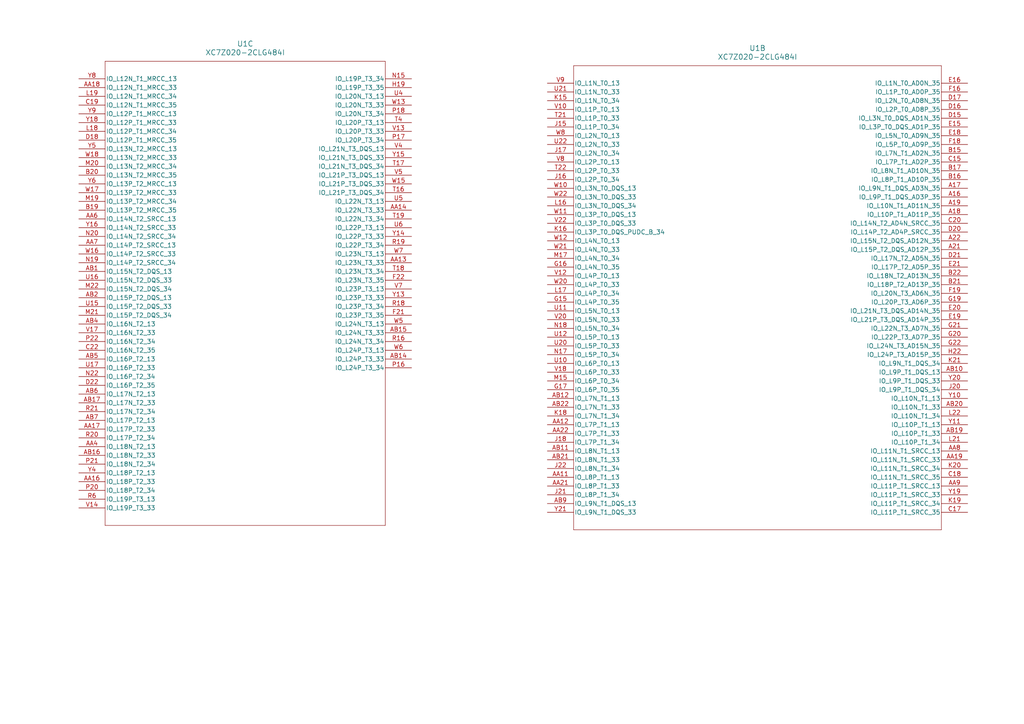
<source format=kicad_sch>
(kicad_sch (version 20231120) (generator "eeschema") (generator_version "8.0")
  (paper "A4")
  (lib_symbols
    (symbol "zynq7_1:XC7Z020-2CLG484I" (pin_names (offset 0.254))
      (property "Reference" "U" (at 43.18 10.16 0))
      (property "Value" "XC7Z020-2CLG484I" (at 43.18 7.62 0))
      (symbol "XC7Z020-2CLG484I_1_1"
        (polyline (pts (xy 7.62 -91.44) (xy 78.74 -91.44)) (stroke (width 0.127)))
        (polyline (pts (xy 7.62 5.08) (xy 7.62 -91.44)) (stroke (width 0.127)))
        (polyline (pts (xy 78.74 -91.44) (xy 78.74 5.08)) (stroke (width 0.127)))
        (polyline (pts (xy 78.74 5.08) (xy 7.62 5.08)) (stroke (width 0.127)))
        (pin output line (at 86.36 -66.04 180) (length 7.62) (name "PS_DDR_DM3_502") (number "AA2"))
        (pin output line (at 86.36 -58.42 180) (length 7.62) (name "PS_DDR_DM0_502") (number "B1"))
        (pin input line (at 0 -10.16 0) (length 7.62) (name "PS_POR_B_500") (number "B5"))
        (pin input line (at 0 -12.7 0) (length 7.62) (name "PS_SRST_B_501") (number "C9"))
        (pin output line (at 86.36 -68.58 180) (length 7.62) (name "PS_DDR_DRST_B_502") (number "F3"))
        (pin output line (at 86.36 -33.02 180) (length 7.62) (name "PS_DDR_A13_502") (number "F4"))
        (pin input line (at 0 -7.62 0) (length 7.62) (name "PS_CLK_500") (number "F7"))
        (pin input line (at 0 -15.24 0) (length 7.62) (name "TCK_0") (number "G11"))
        (pin input line (at 0 -20.32 0) (length 7.62) (name "TMS_0") (number "G12"))
        (pin output line (at 86.36 -86.36 180) (length 7.62) (name "TDO_0") (number "G14"))
        (pin output line (at 86.36 -35.56 180) (length 7.62) (name "PS_DDR_A14_502") (number "G4"))
        (pin output line (at 86.36 -27.94 180) (length 7.62) (name "PS_DDR_A11_502") (number "G5"))
        (pin input line (at 0 -17.78 0) (length 7.62) (name "TDI_0") (number "H13"))
        (pin bidirectional line (at 0 -45.72 0) (length 7.62) (name "IO_0_34") (number "H15"))
        (pin bidirectional line (at 0 -48.26 0) (length 7.62) (name "IO_0_35") (number "H17"))
        (pin bidirectional line (at 0 -60.96 0) (length 7.62) (name "IO_25_35") (number "H18"))
        (pin output line (at 86.36 -60.96 180) (length 7.62) (name "PS_DDR_DM1_502") (number "H3"))
        (pin output line (at 86.36 -30.48 180) (length 7.62) (name "PS_DDR_A12_502") (number "H4"))
        (pin output line (at 86.36 -22.86 180) (length 7.62) (name "PS_DDR_A9_502") (number "H5"))
        (pin output line (at 86.36 -25.4 180) (length 7.62) (name "PS_DDR_A10_502") (number "J3"))
        (pin output line (at 86.36 -20.32 180) (length 7.62) (name "PS_DDR_A8_502") (number "J5"))
        (pin output line (at 86.36 -17.78 180) (length 7.62) (name "PS_DDR_A7_502") (number "J6"))
        (pin output line (at 86.36 -15.24 180) (length 7.62) (name "PS_DDR_A6_502") (number "J7"))
        (pin output line (at 86.36 -5.08 180) (length 7.62) (name "PS_DDR_A2_502") (number "K4"))
        (pin output line (at 86.36 -12.7 180) (length 7.62) (name "PS_DDR_A5_502") (number "K5"))
        (pin output line (at 86.36 -10.16 180) (length 7.62) (name "PS_DDR_A4_502") (number "K6"))
        (pin input line (at 0 -25.4 0) (length 7.62) (name "VP_0") (number "L11"))
        (pin output line (at 86.36 -7.62 180) (length 7.62) (name "PS_DDR_A3_502") (number "L4"))
        (pin output line (at 86.36 -40.64 180) (length 7.62) (name "PS_DDR_BA1_502") (number "L6"))
        (pin output line (at 86.36 -38.1 180) (length 7.62) (name "PS_DDR_BA0_502") (number "L7"))
        (pin input line (at 0 -22.86 0) (length 7.62) (name "VN_0") (number "M12"))
        (pin output line (at 86.36 0 180) (length 7.62) (name "PS_DDR_A0_502") (number "M4"))
        (pin output line (at 86.36 -2.54 180) (length 7.62) (name "PS_DDR_A1_502") (number "M5"))
        (pin output line (at 86.36 -43.18 180) (length 7.62) (name "PS_DDR_BA2_502") (number "M6"))
        (pin output line (at 86.36 -76.2 180) (length 7.62) (name "PS_DDR_VRN_502") (number "M7"))
        (pin unspecified line (at 0 -35.56 0) (length 7.62) (name "DXP_0") (number "N11"))
        (pin unspecified line (at 0 -33.02 0) (length 7.62) (name "DXN_0") (number "N12"))
        (pin output line (at 86.36 -53.34 180) (length 7.62) (name "PS_DDR_CKP_502") (number "N4"))
        (pin output line (at 86.36 -50.8 180) (length 7.62) (name "PS_DDR_CKN_502") (number "N5"))
        (pin output line (at 86.36 -78.74 180) (length 7.62) (name "PS_DDR_VRP_502") (number "N7"))
        (pin output line (at 86.36 -63.5 180) (length 7.62) (name "PS_DDR_DM2_502") (number "P1"))
        (pin output line (at 86.36 -45.72 180) (length 7.62) (name "PS_DDR_CAS_B_502") (number "P3"))
        (pin output line (at 86.36 -71.12 180) (length 7.62) (name "PS_DDR_ODT_502") (number "P5"))
        (pin output line (at 86.36 -55.88 180) (length 7.62) (name "PS_DDR_CS_B_502") (number "P6"))
        (pin bidirectional line (at 0 -58.42 0) (length 7.62) (name "IO_25_34") (number "R15"))
        (pin output line (at 86.36 -81.28 180) (length 7.62) (name "PS_DDR_WE_B_502") (number "R4"))
        (pin output line (at 86.36 -73.66 180) (length 7.62) (name "PS_DDR_RAS_B_502") (number "R5"))
        (pin bidirectional line (at 0 -40.64 0) (length 7.62) (name "IO_0_13") (number "R7"))
        (pin input line (at 0 -5.08 0) (length 7.62) (name "PROGRAM_B_0") (number "T11"))
        (pin bidirectional line (at 0 -30.48 0) (length 7.62) (name "DONE_0") (number "T12"))
        (pin input line (at 0 0 0) (length 7.62) (name "CFGBVS_0") (number "T13"))
        (pin bidirectional line (at 0 -2.54 0) (length 7.62) (name "INIT_B_0") (number "T14"))
        (pin bidirectional line (at 0 -55.88 0) (length 7.62) (name "IO_25_33") (number "U14"))
        (pin bidirectional line (at 0 -43.18 0) (length 7.62) (name "IO_0_33") (number "U19"))
        (pin bidirectional line (at 0 -53.34 0) (length 7.62) (name "IO_25_13") (number "U7"))
        (pin output line (at 86.36 -48.26 180) (length 7.62) (name "PS_DDR_CKE_502") (number "V3"))
      )
      (symbol "XC7Z020-2CLG484I_2_1"
        (polyline (pts (xy 7.62 -129.54) (xy 114.3 -129.54)) (stroke (width 0.127)))
        (polyline (pts (xy 7.62 5.08) (xy 7.62 -129.54)) (stroke (width 0.127)))
        (polyline (pts (xy 114.3 -129.54) (xy 114.3 5.08)) (stroke (width 0.127)))
        (polyline (pts (xy 114.3 5.08) (xy 7.62 5.08)) (stroke (width 0.127)))
        (pin bidirectional line (at 121.92 -33.02 180) (length 7.62) (name "IO_L9P_T1_DQS_AD3P_35") (number "A16"))
        (pin bidirectional line (at 121.92 -30.48 180) (length 7.62) (name "IO_L9N_T1_DQS_AD3N_35") (number "A17"))
        (pin bidirectional line (at 121.92 -38.1 180) (length 7.62) (name "IO_L10P_T1_AD11P_35") (number "A18"))
        (pin bidirectional line (at 121.92 -35.56 180) (length 7.62) (name "IO_L10N_T1_AD11N_35") (number "A19"))
        (pin bidirectional line (at 121.92 -48.26 180) (length 7.62) (name "IO_L15P_T2_DQS_AD12P_35") (number "A21"))
        (pin bidirectional line (at 121.92 -45.72 180) (length 7.62) (name "IO_L15N_T2_DQS_AD12N_35") (number "A22"))
        (pin bidirectional line (at 0 -114.3 0) (length 7.62) (name "IO_L8P_T1_13") (number "AA11"))
        (pin bidirectional line (at 0 -99.06 0) (length 7.62) (name "IO_L7P_T1_13") (number "AA12"))
        (pin bidirectional line (at 121.92 -109.22 180) (length 7.62) (name "IO_L11N_T1_SRCC_33") (number "AA19"))
        (pin bidirectional line (at 0 -116.84 0) (length 7.62) (name "IO_L8P_T1_33") (number "AA21"))
        (pin bidirectional line (at 0 -101.6 0) (length 7.62) (name "IO_L7P_T1_33") (number "AA22"))
        (pin bidirectional line (at 121.92 -106.68 180) (length 7.62) (name "IO_L11N_T1_SRCC_13") (number "AA8"))
        (pin bidirectional line (at 121.92 -116.84 180) (length 7.62) (name "IO_L11P_T1_SRCC_13") (number "AA9"))
        (pin bidirectional line (at 121.92 -83.82 180) (length 7.62) (name "IO_L9P_T1_DQS_13") (number "AB10"))
        (pin bidirectional line (at 0 -106.68 0) (length 7.62) (name "IO_L8N_T1_13") (number "AB11"))
        (pin bidirectional line (at 0 -91.44 0) (length 7.62) (name "IO_L7N_T1_13") (number "AB12"))
        (pin bidirectional line (at 121.92 -101.6 180) (length 7.62) (name "IO_L10P_T1_33") (number "AB19"))
        (pin bidirectional line (at 121.92 -93.98 180) (length 7.62) (name "IO_L10N_T1_33") (number "AB20"))
        (pin bidirectional line (at 0 -109.22 0) (length 7.62) (name "IO_L8N_T1_33") (number "AB21"))
        (pin bidirectional line (at 0 -93.98 0) (length 7.62) (name "IO_L7N_T1_33") (number "AB22"))
        (pin bidirectional line (at 0 -121.92 0) (length 7.62) (name "IO_L9N_T1_DQS_13") (number "AB9"))
        (pin bidirectional line (at 121.92 -20.32 180) (length 7.62) (name "IO_L7N_T1_AD2N_35") (number "B15"))
        (pin bidirectional line (at 121.92 -27.94 180) (length 7.62) (name "IO_L8P_T1_AD10P_35") (number "B16"))
        (pin bidirectional line (at 121.92 -25.4 180) (length 7.62) (name "IO_L8N_T1_AD10N_35") (number "B17"))
        (pin bidirectional line (at 121.92 -58.42 180) (length 7.62) (name "IO_L18P_T2_AD13P_35") (number "B21"))
        (pin bidirectional line (at 121.92 -55.88 180) (length 7.62) (name "IO_L18N_T2_AD13N_35") (number "B22"))
        (pin bidirectional line (at 121.92 -22.86 180) (length 7.62) (name "IO_L7P_T1_AD2P_35") (number "C15"))
        (pin bidirectional line (at 121.92 -124.46 180) (length 7.62) (name "IO_L11P_T1_SRCC_35") (number "C17"))
        (pin bidirectional line (at 121.92 -114.3 180) (length 7.62) (name "IO_L11N_T1_SRCC_35") (number "C18"))
        (pin bidirectional line (at 121.92 -40.64 180) (length 7.62) (name "IO_L14N_T2_AD4N_SRCC_35") (number "C20"))
        (pin bidirectional line (at 121.92 -10.16 180) (length 7.62) (name "IO_L3N_T0_DQS_AD1N_35") (number "D15"))
        (pin bidirectional line (at 121.92 -7.62 180) (length 7.62) (name "IO_L2P_T0_AD8P_35") (number "D16"))
        (pin bidirectional line (at 121.92 -5.08 180) (length 7.62) (name "IO_L2N_T0_AD8N_35") (number "D17"))
        (pin bidirectional line (at 121.92 -43.18 180) (length 7.62) (name "IO_L14P_T2_AD4P_SRCC_35") (number "D20"))
        (pin bidirectional line (at 121.92 -50.8 180) (length 7.62) (name "IO_L17N_T2_AD5N_35") (number "D21"))
        (pin bidirectional line (at 121.92 -12.7 180) (length 7.62) (name "IO_L3P_T0_DQS_AD1P_35") (number "E15"))
        (pin bidirectional line (at 121.92 0 180) (length 7.62) (name "IO_L1N_T0_AD0N_35") (number "E16"))
        (pin bidirectional line (at 121.92 -15.24 180) (length 7.62) (name "IO_L5N_T0_AD9N_35") (number "E18"))
        (pin bidirectional line (at 121.92 -68.58 180) (length 7.62) (name "IO_L21P_T3_DQS_AD14P_35") (number "E19"))
        (pin bidirectional line (at 121.92 -66.04 180) (length 7.62) (name "IO_L21N_T3_DQS_AD14N_35") (number "E20"))
        (pin bidirectional line (at 121.92 -53.34 180) (length 7.62) (name "IO_L17P_T2_AD5P_35") (number "E21"))
        (pin bidirectional line (at 121.92 -2.54 180) (length 7.62) (name "IO_L1P_T0_AD0P_35") (number "F16"))
        (pin bidirectional line (at 121.92 -17.78 180) (length 7.62) (name "IO_L5P_T0_AD9P_35") (number "F18"))
        (pin bidirectional line (at 121.92 -60.96 180) (length 7.62) (name "IO_L20N_T3_AD6N_35") (number "F19"))
        (pin bidirectional line (at 0 -63.5 0) (length 7.62) (name "IO_L4P_T0_35") (number "G15"))
        (pin bidirectional line (at 0 -53.34 0) (length 7.62) (name "IO_L4N_T0_35") (number "G16"))
        (pin bidirectional line (at 0 -88.9 0) (length 7.62) (name "IO_L6P_T0_35") (number "G17"))
        (pin bidirectional line (at 121.92 -63.5 180) (length 7.62) (name "IO_L20P_T3_AD6P_35") (number "G19"))
        (pin bidirectional line (at 121.92 -73.66 180) (length 7.62) (name "IO_L22P_T3_AD7P_35") (number "G20"))
        (pin bidirectional line (at 121.92 -71.12 180) (length 7.62) (name "IO_L22N_T3_AD7N_35") (number "G21"))
        (pin bidirectional line (at 121.92 -76.2 180) (length 7.62) (name "IO_L24N_T3_AD15N_35") (number "G22"))
        (pin bidirectional line (at 121.92 -78.74 180) (length 7.62) (name "IO_L24P_T3_AD15P_35") (number "H22"))
        (pin bidirectional line (at 0 -12.7 0) (length 7.62) (name "IO_L1P_T0_34") (number "J15"))
        (pin bidirectional line (at 0 -27.94 0) (length 7.62) (name "IO_L2P_T0_34") (number "J16"))
        (pin bidirectional line (at 0 -20.32 0) (length 7.62) (name "IO_L2N_T0_34") (number "J17"))
        (pin bidirectional line (at 0 -104.14 0) (length 7.62) (name "IO_L7P_T1_34") (number "J18"))
        (pin bidirectional line (at 121.92 -88.9 180) (length 7.62) (name "IO_L9P_T1_DQS_34") (number "J20"))
        (pin bidirectional line (at 0 -119.38 0) (length 7.62) (name "IO_L8P_T1_34") (number "J21"))
        (pin bidirectional line (at 0 -111.76 0) (length 7.62) (name "IO_L8N_T1_34") (number "J22"))
        (pin bidirectional line (at 0 -5.08 0) (length 7.62) (name "IO_L1N_T0_34") (number "K15"))
        (pin bidirectional line (at 0 -43.18 0) (length 7.62) (name "IO_L3P_T0_DQS_PUDC_B_34") (number "K16"))
        (pin bidirectional line (at 0 -96.52 0) (length 7.62) (name "IO_L7N_T1_34") (number "K18"))
        (pin bidirectional line (at 121.92 -121.92 180) (length 7.62) (name "IO_L11P_T1_SRCC_34") (number "K19"))
        (pin bidirectional line (at 121.92 -111.76 180) (length 7.62) (name "IO_L11N_T1_SRCC_34") (number "K20"))
        (pin bidirectional line (at 121.92 -81.28 180) (length 7.62) (name "IO_L9N_T1_DQS_34") (number "K21"))
        (pin bidirectional line (at 0 -35.56 0) (length 7.62) (name "IO_L3N_T0_DQS_34") (number "L16"))
        (pin bidirectional line (at 0 -60.96 0) (length 7.62) (name "IO_L4P_T0_34") (number "L17"))
        (pin bidirectional line (at 121.92 -104.14 180) (length 7.62) (name "IO_L10P_T1_34") (number "L21"))
        (pin bidirectional line (at 121.92 -96.52 180) (length 7.62) (name "IO_L10N_T1_34") (number "L22"))
        (pin bidirectional line (at 0 -86.36 0) (length 7.62) (name "IO_L6P_T0_34") (number "M15"))
        (pin bidirectional line (at 0 -50.8 0) (length 7.62) (name "IO_L4N_T0_34") (number "M17"))
        (pin bidirectional line (at 0 -78.74 0) (length 7.62) (name "IO_L5P_T0_34") (number "N17"))
        (pin bidirectional line (at 0 -71.12 0) (length 7.62) (name "IO_L5N_T0_34") (number "N18"))
        (pin bidirectional line (at 0 -10.16 0) (length 7.62) (name "IO_L1P_T0_33") (number "T21"))
        (pin bidirectional line (at 0 -25.4 0) (length 7.62) (name "IO_L2P_T0_33") (number "T22"))
        (pin bidirectional line (at 0 -81.28 0) (length 7.62) (name "IO_L6P_T0_13") (number "U10"))
        (pin bidirectional line (at 0 -66.04 0) (length 7.62) (name "IO_L5N_T0_13") (number "U11"))
        (pin bidirectional line (at 0 -73.66 0) (length 7.62) (name "IO_L5P_T0_13") (number "U12"))
        (pin bidirectional line (at 0 -76.2 0) (length 7.62) (name "IO_L5P_T0_33") (number "U20"))
        (pin bidirectional line (at 0 -2.54 0) (length 7.62) (name "IO_L1N_T0_33") (number "U21"))
        (pin bidirectional line (at 0 -17.78 0) (length 7.62) (name "IO_L2N_T0_33") (number "U22"))
        (pin bidirectional line (at 0 -7.62 0) (length 7.62) (name "IO_L1P_T0_13") (number "V10"))
        (pin bidirectional line (at 0 -55.88 0) (length 7.62) (name "IO_L4P_T0_13") (number "V12"))
        (pin bidirectional line (at 0 -83.82 0) (length 7.62) (name "IO_L6P_T0_33") (number "V18"))
        (pin bidirectional line (at 0 -68.58 0) (length 7.62) (name "IO_L5N_T0_33") (number "V20"))
        (pin bidirectional line (at 0 -40.64 0) (length 7.62) (name "IO_L3P_T0_DQS_33") (number "V22"))
        (pin bidirectional line (at 0 -22.86 0) (length 7.62) (name "IO_L2P_T0_13") (number "V8"))
        (pin bidirectional line (at 0 0 0) (length 7.62) (name "IO_L1N_T0_13") (number "V9"))
        (pin bidirectional line (at 0 -30.48 0) (length 7.62) (name "IO_L3N_T0_DQS_13") (number "W10"))
        (pin bidirectional line (at 0 -38.1 0) (length 7.62) (name "IO_L3P_T0_DQS_13") (number "W11"))
        (pin bidirectional line (at 0 -45.72 0) (length 7.62) (name "IO_L4N_T0_13") (number "W12"))
        (pin bidirectional line (at 0 -58.42 0) (length 7.62) (name "IO_L4P_T0_33") (number "W20"))
        (pin bidirectional line (at 0 -48.26 0) (length 7.62) (name "IO_L4N_T0_33") (number "W21"))
        (pin bidirectional line (at 0 -33.02 0) (length 7.62) (name "IO_L3N_T0_DQS_33") (number "W22"))
        (pin bidirectional line (at 0 -15.24 0) (length 7.62) (name "IO_L2N_T0_13") (number "W8"))
        (pin bidirectional line (at 121.92 -91.44 180) (length 7.62) (name "IO_L10N_T1_13") (number "Y10"))
        (pin bidirectional line (at 121.92 -99.06 180) (length 7.62) (name "IO_L10P_T1_13") (number "Y11"))
        (pin bidirectional line (at 121.92 -119.38 180) (length 7.62) (name "IO_L11P_T1_SRCC_33") (number "Y19"))
        (pin bidirectional line (at 121.92 -86.36 180) (length 7.62) (name "IO_L9P_T1_DQS_33") (number "Y20"))
        (pin bidirectional line (at 0 -124.46 0) (length 7.62) (name "IO_L9N_T1_DQS_33") (number "Y21"))
      )
      (symbol "XC7Z020-2CLG484I_3_1"
        (polyline (pts (xy 7.62 -129.54) (xy 88.9 -129.54)) (stroke (width 0.127)))
        (polyline (pts (xy 7.62 5.08) (xy 7.62 -129.54)) (stroke (width 0.127)))
        (polyline (pts (xy 88.9 -129.54) (xy 88.9 5.08)) (stroke (width 0.127)))
        (polyline (pts (xy 88.9 5.08) (xy 7.62 5.08)) (stroke (width 0.127)))
        (pin bidirectional line (at 96.52 -53.34 180) (length 7.62) (name "IO_L23N_T3_33") (number "AA13"))
        (pin bidirectional line (at 96.52 -38.1 180) (length 7.62) (name "IO_L22N_T3_33") (number "AA14"))
        (pin bidirectional line (at 0 -116.84 0) (length 7.62) (name "IO_L18P_T2_33") (number "AA16"))
        (pin bidirectional line (at 0 -101.6 0) (length 7.62) (name "IO_L17P_T2_33") (number "AA17"))
        (pin bidirectional line (at 0 -2.54 0) (length 7.62) (name "IO_L12N_T1_MRCC_33") (number "AA18"))
        (pin bidirectional line (at 0 -106.68 0) (length 7.62) (name "IO_L18N_T2_13") (number "AA4"))
        (pin bidirectional line (at 0 -40.64 0) (length 7.62) (name "IO_L14N_T2_SRCC_13") (number "AA6"))
        (pin bidirectional line (at 0 -48.26 0) (length 7.62) (name "IO_L14P_T2_SRCC_13") (number "AA7"))
        (pin bidirectional line (at 0 -55.88 0) (length 7.62) (name "IO_L15N_T2_DQS_13") (number "AB1"))
        (pin bidirectional line (at 96.52 -81.28 180) (length 7.62) (name "IO_L24P_T3_33") (number "AB14"))
        (pin bidirectional line (at 96.52 -73.66 180) (length 7.62) (name "IO_L24N_T3_33") (number "AB15"))
        (pin bidirectional line (at 0 -109.22 0) (length 7.62) (name "IO_L18N_T2_33") (number "AB16"))
        (pin bidirectional line (at 0 -93.98 0) (length 7.62) (name "IO_L17N_T2_33") (number "AB17"))
        (pin bidirectional line (at 0 -63.5 0) (length 7.62) (name "IO_L15P_T2_DQS_13") (number "AB2"))
        (pin bidirectional line (at 0 -71.12 0) (length 7.62) (name "IO_L16N_T2_13") (number "AB4"))
        (pin bidirectional line (at 0 -81.28 0) (length 7.62) (name "IO_L16P_T2_13") (number "AB5"))
        (pin bidirectional line (at 0 -91.44 0) (length 7.62) (name "IO_L17N_T2_13") (number "AB6"))
        (pin bidirectional line (at 0 -99.06 0) (length 7.62) (name "IO_L17P_T2_13") (number "AB7"))
        (pin bidirectional line (at 0 -38.1 0) (length 7.62) (name "IO_L13P_T2_MRCC_35") (number "B19"))
        (pin bidirectional line (at 0 -27.94 0) (length 7.62) (name "IO_L13N_T2_MRCC_35") (number "B20"))
        (pin bidirectional line (at 0 -7.62 0) (length 7.62) (name "IO_L12N_T1_MRCC_35") (number "C19"))
        (pin bidirectional line (at 0 -78.74 0) (length 7.62) (name "IO_L16N_T2_35") (number "C22"))
        (pin bidirectional line (at 0 -17.78 0) (length 7.62) (name "IO_L12P_T1_MRCC_35") (number "D18"))
        (pin bidirectional line (at 0 -88.9 0) (length 7.62) (name "IO_L16P_T2_35") (number "D22"))
        (pin bidirectional line (at 96.52 -68.58 180) (length 7.62) (name "IO_L23P_T3_35") (number "F21"))
        (pin bidirectional line (at 96.52 -58.42 180) (length 7.62) (name "IO_L23N_T3_35") (number "F22"))
        (pin bidirectional line (at 96.52 -2.54 180) (length 7.62) (name "IO_L19P_T3_35") (number "H19"))
        (pin bidirectional line (at 0 -15.24 0) (length 7.62) (name "IO_L12P_T1_MRCC_34") (number "L18"))
        (pin bidirectional line (at 0 -5.08 0) (length 7.62) (name "IO_L12N_T1_MRCC_34") (number "L19"))
        (pin bidirectional line (at 0 -35.56 0) (length 7.62) (name "IO_L13P_T2_MRCC_34") (number "M19"))
        (pin bidirectional line (at 0 -25.4 0) (length 7.62) (name "IO_L13N_T2_MRCC_34") (number "M20"))
        (pin bidirectional line (at 0 -68.58 0) (length 7.62) (name "IO_L15P_T2_DQS_34") (number "M21"))
        (pin bidirectional line (at 0 -60.96 0) (length 7.62) (name "IO_L15N_T2_DQS_34") (number "M22"))
        (pin bidirectional line (at 96.52 0 180) (length 7.62) (name "IO_L19P_T3_34") (number "N15"))
        (pin bidirectional line (at 0 -53.34 0) (length 7.62) (name "IO_L14P_T2_SRCC_34") (number "N19"))
        (pin bidirectional line (at 0 -45.72 0) (length 7.62) (name "IO_L14N_T2_SRCC_34") (number "N20"))
        (pin bidirectional line (at 0 -86.36 0) (length 7.62) (name "IO_L16P_T2_34") (number "N22"))
        (pin bidirectional line (at 96.52 -83.82 180) (length 7.62) (name "IO_L24P_T3_34") (number "P16"))
        (pin bidirectional line (at 96.52 -17.78 180) (length 7.62) (name "IO_L20P_T3_34") (number "P17"))
        (pin bidirectional line (at 96.52 -10.16 180) (length 7.62) (name "IO_L20N_T3_34") (number "P18"))
        (pin bidirectional line (at 0 -119.38 0) (length 7.62) (name "IO_L18P_T2_34") (number "P20"))
        (pin bidirectional line (at 0 -111.76 0) (length 7.62) (name "IO_L18N_T2_34") (number "P21"))
        (pin bidirectional line (at 0 -76.2 0) (length 7.62) (name "IO_L16N_T2_34") (number "P22"))
        (pin bidirectional line (at 96.52 -76.2 180) (length 7.62) (name "IO_L24N_T3_34") (number "R16"))
        (pin bidirectional line (at 96.52 -66.04 180) (length 7.62) (name "IO_L23P_T3_34") (number "R18"))
        (pin bidirectional line (at 96.52 -48.26 180) (length 7.62) (name "IO_L22P_T3_34") (number "R19"))
        (pin bidirectional line (at 0 -104.14 0) (length 7.62) (name "IO_L17P_T2_34") (number "R20"))
        (pin bidirectional line (at 0 -96.52 0) (length 7.62) (name "IO_L17N_T2_34") (number "R21"))
        (pin bidirectional line (at 0 -121.92 0) (length 7.62) (name "IO_L19P_T3_13") (number "R6"))
        (pin bidirectional line (at 96.52 -33.02 180) (length 7.62) (name "IO_L21P_T3_DQS_34") (number "T16"))
        (pin bidirectional line (at 96.52 -25.4 180) (length 7.62) (name "IO_L21N_T3_DQS_34") (number "T17"))
        (pin bidirectional line (at 96.52 -55.88 180) (length 7.62) (name "IO_L23N_T3_34") (number "T18"))
        (pin bidirectional line (at 96.52 -40.64 180) (length 7.62) (name "IO_L22N_T3_34") (number "T19"))
        (pin bidirectional line (at 96.52 -12.7 180) (length 7.62) (name "IO_L20P_T3_13") (number "T4"))
        (pin bidirectional line (at 0 -66.04 0) (length 7.62) (name "IO_L15P_T2_DQS_33") (number "U15"))
        (pin bidirectional line (at 0 -58.42 0) (length 7.62) (name "IO_L15N_T2_DQS_33") (number "U16"))
        (pin bidirectional line (at 0 -83.82 0) (length 7.62) (name "IO_L16P_T2_33") (number "U17"))
        (pin bidirectional line (at 96.52 -5.08 180) (length 7.62) (name "IO_L20N_T3_13") (number "U4"))
        (pin bidirectional line (at 96.52 -35.56 180) (length 7.62) (name "IO_L22N_T3_13") (number "U5"))
        (pin bidirectional line (at 96.52 -43.18 180) (length 7.62) (name "IO_L22P_T3_13") (number "U6"))
        (pin bidirectional line (at 96.52 -15.24 180) (length 7.62) (name "IO_L20P_T3_33") (number "V13"))
        (pin bidirectional line (at 0 -124.46 0) (length 7.62) (name "IO_L19P_T3_33") (number "V14"))
        (pin bidirectional line (at 0 -73.66 0) (length 7.62) (name "IO_L16N_T2_33") (number "V17"))
        (pin bidirectional line (at 96.52 -20.32 180) (length 7.62) (name "IO_L21N_T3_DQS_13") (number "V4"))
        (pin bidirectional line (at 96.52 -27.94 180) (length 7.62) (name "IO_L21P_T3_DQS_13") (number "V5"))
        (pin bidirectional line (at 96.52 -60.96 180) (length 7.62) (name "IO_L23P_T3_13") (number "V7"))
        (pin bidirectional line (at 96.52 -7.62 180) (length 7.62) (name "IO_L20N_T3_33") (number "W13"))
        (pin bidirectional line (at 96.52 -30.48 180) (length 7.62) (name "IO_L21P_T3_DQS_33") (number "W15"))
        (pin bidirectional line (at 0 -50.8 0) (length 7.62) (name "IO_L14P_T2_SRCC_33") (number "W16"))
        (pin bidirectional line (at 0 -33.02 0) (length 7.62) (name "IO_L13P_T2_MRCC_33") (number "W17"))
        (pin bidirectional line (at 0 -22.86 0) (length 7.62) (name "IO_L13N_T2_MRCC_33") (number "W18"))
        (pin bidirectional line (at 96.52 -71.12 180) (length 7.62) (name "IO_L24N_T3_13") (number "W5"))
        (pin bidirectional line (at 96.52 -78.74 180) (length 7.62) (name "IO_L24P_T3_13") (number "W6"))
        (pin bidirectional line (at 96.52 -50.8 180) (length 7.62) (name "IO_L23N_T3_13") (number "W7"))
        (pin bidirectional line (at 96.52 -63.5 180) (length 7.62) (name "IO_L23P_T3_33") (number "Y13"))
        (pin bidirectional line (at 96.52 -45.72 180) (length 7.62) (name "IO_L22P_T3_33") (number "Y14"))
        (pin bidirectional line (at 96.52 -22.86 180) (length 7.62) (name "IO_L21N_T3_DQS_33") (number "Y15"))
        (pin bidirectional line (at 0 -43.18 0) (length 7.62) (name "IO_L14N_T2_SRCC_33") (number "Y16"))
        (pin bidirectional line (at 0 -12.7 0) (length 7.62) (name "IO_L12P_T1_MRCC_33") (number "Y18"))
        (pin bidirectional line (at 0 -114.3 0) (length 7.62) (name "IO_L18P_T2_13") (number "Y4"))
        (pin bidirectional line (at 0 -20.32 0) (length 7.62) (name "IO_L13N_T2_MRCC_13") (number "Y5"))
        (pin bidirectional line (at 0 -30.48 0) (length 7.62) (name "IO_L13P_T2_MRCC_13") (number "Y6"))
        (pin bidirectional line (at 0 0 0) (length 7.62) (name "IO_L12N_T1_MRCC_13") (number "Y8"))
        (pin bidirectional line (at 0 -10.16 0) (length 7.62) (name "IO_L12P_T1_MRCC_13") (number "Y9"))
      )
      (symbol "XC7Z020-2CLG484I_4_1"
        (polyline (pts (xy -53.34 -104.14) (xy -7.62 -104.14)) (stroke (width 0.127)))
        (polyline (pts (xy -53.34 7.62) (xy -53.34 -104.14)) (stroke (width 0.127)))
        (polyline (pts (xy -7.62 -104.14) (xy -7.62 7.62)) (stroke (width 0.127)))
        (polyline (pts (xy -7.62 7.62) (xy -53.34 7.62)) (stroke (width 0.127)))
        (pin bidirectional line (at 0 -66.04 180) (length 7.62) (name "PS_DDR_DQ26_502") (number "AA1"))
        (pin bidirectional line (at 0 -60.96 180) (length 7.62) (name "PS_DDR_DQ24_502") (number "AA3"))
        (pin bidirectional line (at 0 -5.08 180) (length 7.62) (name "PS_DDR_DQ2_502") (number "B2"))
        (pin bidirectional line (at 0 -91.44 180) (length 7.62) (name "PS_DDR_DQS_P0_502") (number "C2"))
        (pin bidirectional line (at 0 -2.54 180) (length 7.62) (name "PS_DDR_DQ1_502") (number "C3"))
        (pin bidirectional line (at 0 0 180) (length 7.62) (name "PS_DDR_DQ0_502") (number "D1"))
        (pin bidirectional line (at 0 -81.28 180) (length 7.62) (name "PS_DDR_DQS_N0_502") (number "D2"))
        (pin bidirectional line (at 0 -7.62 180) (length 7.62) (name "PS_DDR_DQ3_502") (number "D3"))
        (pin bidirectional line (at 0 -12.7 180) (length 7.62) (name "PS_DDR_DQ5_502") (number "E1"))
        (pin bidirectional line (at 0 -10.16 180) (length 7.62) (name "PS_DDR_DQ4_502") (number "E3"))
        (pin bidirectional line (at 0 -17.78 180) (length 7.62) (name "PS_DDR_DQ7_502") (number "F1"))
        (pin bidirectional line (at 0 -15.24 180) (length 7.62) (name "PS_DDR_DQ6_502") (number "F2"))
        (pin bidirectional line (at 0 -22.86 180) (length 7.62) (name "PS_DDR_DQ9_502") (number "G1"))
        (pin bidirectional line (at 0 -20.32 180) (length 7.62) (name "PS_DDR_DQ8_502") (number "G2"))
        (pin bidirectional line (at 0 -93.98 180) (length 7.62) (name "PS_DDR_DQS_P1_502") (number "H2"))
        (pin bidirectional line (at 0 -35.56 180) (length 7.62) (name "PS_DDR_DQ14_502") (number "J1"))
        (pin bidirectional line (at 0 -83.82 180) (length 7.62) (name "PS_DDR_DQS_N1_502") (number "J2"))
        (pin bidirectional line (at 0 -33.02 180) (length 7.62) (name "PS_DDR_DQ13_502") (number "K1"))
        (pin bidirectional line (at 0 -38.1 180) (length 7.62) (name "PS_DDR_DQ15_502") (number "K3"))
        (pin bidirectional line (at 0 -25.4 180) (length 7.62) (name "PS_DDR_DQ10_502") (number "L1"))
        (pin bidirectional line (at 0 -27.94 180) (length 7.62) (name "PS_DDR_DQ11_502") (number "L2"))
        (pin bidirectional line (at 0 -30.48 180) (length 7.62) (name "PS_DDR_DQ12_502") (number "L3"))
        (pin bidirectional line (at 0 -40.64 180) (length 7.62) (name "PS_DDR_DQ16_502") (number "M1"))
        (pin bidirectional line (at 0 -55.88 180) (length 7.62) (name "PS_DDR_DQ22_502") (number "M2"))
        (pin bidirectional line (at 0 -96.52 180) (length 7.62) (name "PS_DDR_DQS_P2_502") (number "N2"))
        (pin bidirectional line (at 0 -45.72 180) (length 7.62) (name "PS_DDR_DQ18_502") (number "N3"))
        (pin bidirectional line (at 0 -86.36 180) (length 7.62) (name "PS_DDR_DQS_N2_502") (number "P2"))
        (pin bidirectional line (at 0 -58.42 180) (length 7.62) (name "PS_DDR_DQ23_502") (number "R1"))
        (pin bidirectional line (at 0 -50.8 180) (length 7.62) (name "PS_DDR_DQ20_502") (number "R3"))
        (pin bidirectional line (at 0 -48.26 180) (length 7.62) (name "PS_DDR_DQ19_502") (number "T1"))
        (pin bidirectional line (at 0 -53.34 180) (length 7.62) (name "PS_DDR_DQ21_502") (number "T2"))
        (pin bidirectional line (at 0 -43.18 180) (length 7.62) (name "PS_DDR_DQ17_502") (number "T3"))
        (pin bidirectional line (at 0 -63.5 180) (length 7.62) (name "PS_DDR_DQ25_502") (number "U1"))
        (pin bidirectional line (at 0 -68.58 180) (length 7.62) (name "PS_DDR_DQ27_502") (number "U2"))
        (pin bidirectional line (at 0 -99.06 180) (length 7.62) (name "PS_DDR_DQS_P3_502") (number "V2"))
        (pin bidirectional line (at 0 -71.12 180) (length 7.62) (name "PS_DDR_DQ28_502") (number "W1"))
        (pin bidirectional line (at 0 -88.9 180) (length 7.62) (name "PS_DDR_DQS_N3_502") (number "W2"))
        (pin bidirectional line (at 0 -76.2 180) (length 7.62) (name "PS_DDR_DQ30_502") (number "W3"))
        (pin bidirectional line (at 0 -78.74 180) (length 7.62) (name "PS_DDR_DQ31_502") (number "Y1"))
        (pin bidirectional line (at 0 -73.66 180) (length 7.62) (name "PS_DDR_DQ29_502") (number "Y3"))
      )
      (symbol "XC7Z020-2CLG484I_5_1"
        (polyline (pts (xy 7.62 -129.54) (xy 68.58 -129.54)) (stroke (width 0.127)))
        (polyline (pts (xy 7.62 5.08) (xy 7.62 -129.54)) (stroke (width 0.127)))
        (polyline (pts (xy 68.58 -129.54) (xy 68.58 5.08)) (stroke (width 0.127)))
        (polyline (pts (xy 68.58 5.08) (xy 7.62 5.08)) (stroke (width 0.127)))
        (pin bidirectional line (at 0 -2.54 0) (length 7.62) (name "PS_MIO1_500") (number "A1"))
        (pin bidirectional line (at 0 -76.2 0) (length 7.62) (name "PS_MIO30_501") (number "A11"))
        (pin bidirectional line (at 0 -71.12 0) (length 7.62) (name "PS_MIO28_501") (number "A12"))
        (pin bidirectional line (at 0 -66.04 0) (length 7.62) (name "PS_MIO26_501") (number "A13"))
        (pin bidirectional line (at 0 -55.88 0) (length 7.62) (name "PS_MIO22_501") (number "A14"))
        (pin bidirectional line (at 0 -5.08 0) (length 7.62) (name "PS_MIO2_500") (number "A2"))
        (pin bidirectional line (at 0 -12.7 0) (length 7.62) (name "PS_MIO5_500") (number "A3"))
        (pin bidirectional line (at 0 -15.24 0) (length 7.62) (name "PS_MIO6_500") (number "A4"))
        (pin bidirectional line (at 0 -33.02 0) (length 7.62) (name "PS_MIO13_500") (number "A6"))
        (pin bidirectional line (at 0 -45.72 0) (length 7.62) (name "PS_MIO18_501") (number "A7"))
        (pin bidirectional line (at 0 -50.8 0) (length 7.62) (name "PS_MIO20_501") (number "A8"))
        (pin bidirectional line (at 0 -91.44 0) (length 7.62) (name "PS_MIO36_501") (number "A9"))
        (pin bidirectional line (at 0 -119.38 0) (length 7.62) (name "PS_MIO47_501") (number "B10"))
        (pin bidirectional line (at 0 -109.22 0) (length 7.62) (name "PS_MIO43_501") (number "B11"))
        (pin bidirectional line (at 0 -86.36 0) (length 7.62) (name "PS_MIO34_501") (number "B12"))
        (pin bidirectional line (at 0 -93.98 0) (length 7.62) (name "PS_MIO37_501") (number "B14"))
        (pin bidirectional line (at 0 -27.94 0) (length 7.62) (name "PS_MIO11_500") (number "B4"))
        (pin bidirectional line (at 0 -35.56 0) (length 7.62) (name "PS_MIO14_500") (number "B6"))
        (pin bidirectional line (at 0 -60.96 0) (length 7.62) (name "PS_MIO24_501") (number "B7"))
        (pin bidirectional line (at 0 -114.3 0) (length 7.62) (name "PS_MIO45_501") (number "B9"))
        (pin bidirectional line (at 76.2 -2.54 180) (length 7.62) (name "PS_MIO51_501") (number "C10"))
        (pin bidirectional line (at 76.2 -7.62 180) (length 7.62) (name "PS_MIO53_501") (number "C12"))
        (pin bidirectional line (at 0 -99.06 0) (length 7.62) (name "PS_MIO39_501") (number "C13"))
        (pin bidirectional line (at 0 -124.46 0) (length 7.62) (name "PS_MIO49_501") (number "C14"))
        (pin bidirectional line (at 0 -22.86 0) (length 7.62) (name "PS_MIO9_500") (number "C4"))
        (pin bidirectional line (at 0 -30.48 0) (length 7.62) (name "PS_MIO12_500") (number "C5"))
        (pin bidirectional line (at 0 -81.28 0) (length 7.62) (name "PS_MIO32_501") (number "C7"))
        (pin bidirectional line (at 0 -104.14 0) (length 7.62) (name "PS_MIO41_501") (number "C8"))
        (pin bidirectional line (at 76.2 -5.08 180) (length 7.62) (name "PS_MIO52_501") (number "D10"))
        (pin bidirectional line (at 0 -121.92 0) (length 7.62) (name "PS_MIO48_501") (number "D11"))
        (pin bidirectional line (at 0 -116.84 0) (length 7.62) (name "PS_MIO46_501") (number "D12"))
        (pin bidirectional line (at 76.2 0 180) (length 7.62) (name "PS_MIO50_501") (number "D13"))
        (pin bidirectional line (at 0 -17.78 0) (length 7.62) (name "PS_MIO7_500") (number "D5"))
        (pin bidirectional line (at 0 -40.64 0) (length 7.62) (name "PS_MIO16_501") (number "D6"))
        (pin bidirectional line (at 0 -68.58 0) (length 7.62) (name "PS_MIO27_501") (number "D7"))
        (pin bidirectional line (at 0 -106.68 0) (length 7.62) (name "PS_MIO42_501") (number "D8"))
        (pin bidirectional line (at 0 -48.26 0) (length 7.62) (name "PS_MIO19_501") (number "E10"))
        (pin bidirectional line (at 0 -58.42 0) (length 7.62) (name "PS_MIO23_501") (number "E11"))
        (pin bidirectional line (at 0 -111.76 0) (length 7.62) (name "PS_MIO44_501") (number "E13"))
        (pin bidirectional line (at 0 -101.6 0) (length 7.62) (name "PS_MIO40_501") (number "E14"))
        (pin bidirectional line (at 0 -10.16 0) (length 7.62) (name "PS_MIO4_500") (number "E4"))
        (pin bidirectional line (at 0 -20.32 0) (length 7.62) (name "PS_MIO8_500") (number "E5"))
        (pin bidirectional line (at 0 -38.1 0) (length 7.62) (name "PS_MIO15_500") (number "E6"))
        (pin bidirectional line (at 0 -73.66 0) (length 7.62) (name "PS_MIO29_501") (number "E8"))
        (pin bidirectional line (at 0 -43.18 0) (length 7.62) (name "PS_MIO17_501") (number "E9"))
        (pin bidirectional line (at 0 -53.34 0) (length 7.62) (name "PS_MIO21_501") (number "F11"))
        (pin bidirectional line (at 0 -63.5 0) (length 7.62) (name "PS_MIO25_501") (number "F12"))
        (pin bidirectional line (at 0 -96.52 0) (length 7.62) (name "PS_MIO38_501") (number "F13"))
        (pin bidirectional line (at 0 -88.9 0) (length 7.62) (name "PS_MIO35_501") (number "F14"))
        (pin bidirectional line (at 0 -7.62 0) (length 7.62) (name "PS_MIO3_500") (number "F6"))
        (pin bidirectional line (at 0 -78.74 0) (length 7.62) (name "PS_MIO31_501") (number "F9"))
        (pin bidirectional line (at 0 -83.82 0) (length 7.62) (name "PS_MIO33_501") (number "G13"))
        (pin bidirectional line (at 0 0 0) (length 7.62) (name "PS_MIO0_500") (number "G6"))
        (pin bidirectional line (at 0 -25.4 0) (length 7.62) (name "PS_MIO10_500") (number "G7"))
      )
      (symbol "XC7Z020-2CLG484I_6_1"
        (polyline (pts (xy 7.62 -99.06) (xy 53.34 -99.06)) (stroke (width 0.127)))
        (polyline (pts (xy 7.62 5.08) (xy 7.62 -99.06)) (stroke (width 0.127)))
        (polyline (pts (xy 53.34 -99.06) (xy 53.34 5.08)) (stroke (width 0.127)))
        (polyline (pts (xy 53.34 5.08) (xy 7.62 5.08)) (stroke (width 0.127)))
        (pin bidirectional line (at 0 -7.62 0) (length 7.62) (name "IO_L6N_T0_VREF_35") (number "F17"))
        (pin power_in line (at 0 -30.48 0) (length 7.62) (name "PS_MIO_VREF_501") (number "F8"))
        (pin power_in line (at 0 -60.96 0) (length 7.62) (name "VCCBATT_0") (number "G9"))
        (pin power_in line (at 0 -63.5 0) (length 7.62) (name "VCCBRAM") (number "H11"))
        (pin bidirectional line (at 0 -17.78 0) (length 7.62) (name "IO_L19N_T3_VREF_35") (number "H20"))
        (pin power_in line (at 0 -22.86 0) (length 7.62) (name "PS_DDR_VREF0_502") (number "H7"))
        (pin power_in line (at 0 -66.04 0) (length 7.62) (name "VCCBRAM") (number "J10"))
        (pin power_in line (at 0 -71.12 0) (length 7.62) (name "VCCINT") (number "J12"))
        (pin power_in line (at 0 -73.66 0) (length 7.62) (name "VCCINT") (number "J14"))
        (pin power_in line (at 0 -45.72 0) (length 7.62) (name "VCCADC_0") (number "K11"))
        (pin power_in line (at 0 -76.2 0) (length 7.62) (name "VCCINT") (number "K13"))
        (pin power_in line (at 0 -48.26 0) (length 7.62) (name "VCCAUX") (number "L10"))
        (pin power_in line (at 0 -78.74 0) (length 7.62) (name "VCCINT") (number "L14"))
        (pin power_in line (at 0 -81.28 0) (length 7.62) (name "VCCINT") (number "M13"))
        (pin bidirectional line (at 0 -5.08 0) (length 7.62) (name "IO_L6N_T0_VREF_34") (number "M16"))
        (pin power_in line (at 0 -50.8 0) (length 7.62) (name "VCCAUX") (number "N10"))
        (pin power_in line (at 0 -83.82 0) (length 7.62) (name "VCCINT") (number "N14"))
        (pin power_in line (at 0 -53.34 0) (length 7.62) (name "VCCAUX") (number "P11"))
        (pin power_in line (at 0 -86.36 0) (length 7.62) (name "VCCINT") (number "P13"))
        (pin bidirectional line (at 0 -15.24 0) (length 7.62) (name "IO_L19N_T3_VREF_34") (number "P15"))
        (pin power_in line (at 0 -25.4 0) (length 7.62) (name "PS_DDR_VREF1_502") (number "P7"))
        (pin power_in line (at 0 -55.88 0) (length 7.62) (name "VCCAUX") (number "R10"))
        (pin power_in line (at 0 -93.98 0) (length 7.62) (name "VCCO_0") (number "R12"))
        (pin power_in line (at 0 -88.9 0) (length 7.62) (name "VCCINT") (number "R14"))
        (pin power_in line (at 0 -40.64 0) (length 7.62) (name "RSVDVCC3") (number "T10"))
        (pin bidirectional line (at 0 -10.16 0) (length 7.62) (name "IO_L19N_T3_VREF_13") (number "T6"))
        (pin power_in line (at 0 -35.56 0) (length 7.62) (name "RSVDVCC1") (number "T7"))
        (pin power_in line (at 0 -38.1 0) (length 7.62) (name "RSVDVCC2") (number "T8"))
        (pin bidirectional line (at 0 0 0) (length 7.62) (name "IO_L6N_T0_VREF_13") (number "U9"))
        (pin bidirectional line (at 0 -12.7 0) (length 7.62) (name "IO_L19N_T3_VREF_33") (number "V15"))
        (pin bidirectional line (at 0 -2.54 0) (length 7.62) (name "IO_L6N_T0_VREF_33") (number "V19"))
      )
      (symbol "XC7Z020-2CLG484I_7_1"
        (polyline (pts (xy 7.62 -106.68) (xy 43.18 -106.68)) (stroke (width 0.127)))
        (polyline (pts (xy 7.62 5.08) (xy 7.62 -106.68)) (stroke (width 0.127)))
        (polyline (pts (xy 43.18 -106.68) (xy 43.18 5.08)) (stroke (width 0.127)))
        (polyline (pts (xy 43.18 5.08) (xy 7.62 5.08)) (stroke (width 0.127)))
        (pin power_in line (at 0 -96.52 0) (length 7.62) (name "VCCO_MIO1_501") (number "A10"))
        (pin power_in line (at 0 -48.26 0) (length 7.62) (name "VCCO_35") (number "A20"))
        (pin power_in line (at 0 -15.24 0) (length 7.62) (name "VCCO_13") (number "AA10"))
        (pin power_in line (at 0 -27.94 0) (length 7.62) (name "VCCO_33") (number "AA20"))
        (pin power_in line (at 0 -30.48 0) (length 7.62) (name "VCCO_33") (number "AB13"))
        (pin power_in line (at 0 -10.16 0) (length 7.62) (name "VCCO_13") (number "AB3"))
        (pin power_in line (at 0 -99.06 0) (length 7.62) (name "VCCO_MIO1_501") (number "B13"))
        (pin power_in line (at 0 -88.9 0) (length 7.62) (name "VCCO_MIO0_500") (number "B3"))
        (pin power_in line (at 0 -50.8 0) (length 7.62) (name "VCCO_35") (number "C16"))
        (pin power_in line (at 0 -91.44 0) (length 7.62) (name "VCCO_MIO0_500") (number "C6"))
        (pin power_in line (at 0 -53.34 0) (length 7.62) (name "VCCO_35") (number "D19"))
        (pin power_in line (at 0 -93.98 0) (length 7.62) (name "VCCO_MIO1_501") (number "D9"))
        (pin power_in line (at 0 -101.6 0) (length 7.62) (name "VCCO_MIO1_501") (number "E12"))
        (pin power_in line (at 0 -66.04 0) (length 7.62) (name "VCCO_DDR_502") (number "E2"))
        (pin power_in line (at 0 -55.88 0) (length 7.62) (name "VCCO_35") (number "E22"))
        (pin power_in line (at 0 -58.42 0) (length 7.62) (name "VCCO_35") (number "F15"))
        (pin power_in line (at 0 -68.58 0) (length 7.62) (name "VCCO_DDR_502") (number "F5"))
        (pin power_in line (at 0 -60.96 0) (length 7.62) (name "VCCO_35") (number "G18"))
        (pin power_in line (at 0 -71.12 0) (length 7.62) (name "VCCO_DDR_502") (number "H1"))
        (pin power_in line (at 0 -63.5 0) (length 7.62) (name "VCCO_35") (number "H21"))
        (pin power_in line (at 0 -73.66 0) (length 7.62) (name "VCCO_DDR_502") (number "J4"))
        (pin power_in line (at 0 -33.02 0) (length 7.62) (name "VCCO_34") (number "K17"))
        (pin power_in line (at 0 -76.2 0) (length 7.62) (name "VCCO_DDR_502") (number "K7"))
        (pin power_in line (at 0 -35.56 0) (length 7.62) (name "VCCO_34") (number "L20"))
        (pin power_in line (at 0 -78.74 0) (length 7.62) (name "VCCO_DDR_502") (number "M3"))
        (pin power_in line (at 0 -38.1 0) (length 7.62) (name "VCCO_34") (number "N16"))
        (pin power_in line (at 0 -81.28 0) (length 7.62) (name "VCCO_DDR_502") (number "N6"))
        (pin power_in line (at 0 -40.64 0) (length 7.62) (name "VCCO_34") (number "P19"))
        (pin power_in line (at 0 -83.82 0) (length 7.62) (name "VCCO_DDR_502") (number "R2"))
        (pin power_in line (at 0 -43.18 0) (length 7.62) (name "VCCO_34") (number "R22"))
        (pin power_in line (at 0 -45.72 0) (length 7.62) (name "VCCO_34") (number "T15"))
        (pin power_in line (at 0 0 0) (length 7.62) (name "VCCO_13") (number "T5"))
        (pin power_in line (at 0 -17.78 0) (length 7.62) (name "VCCO_33") (number "U18"))
        (pin power_in line (at 0 -2.54 0) (length 7.62) (name "VCCO_13") (number "U8"))
        (pin power_in line (at 0 -86.36 0) (length 7.62) (name "VCCO_DDR_502") (number "V1"))
        (pin power_in line (at 0 -12.7 0) (length 7.62) (name "VCCO_13") (number "V11"))
        (pin power_in line (at 0 -20.32 0) (length 7.62) (name "VCCO_33") (number "V21"))
        (pin power_in line (at 0 -22.86 0) (length 7.62) (name "VCCO_33") (number "W14"))
        (pin power_in line (at 0 -5.08 0) (length 7.62) (name "VCCO_13") (number "W4"))
        (pin power_in line (at 0 -25.4 0) (length 7.62) (name "VCCO_33") (number "Y17"))
        (pin power_in line (at 0 -7.62 0) (length 7.62) (name "VCCO_13") (number "Y7"))
      )
      (symbol "XC7Z020-2CLG484I_8_1"
        (polyline (pts (xy 7.62 -132.08) (xy 33.02 -132.08)) (stroke (width 0.127)))
        (polyline (pts (xy 7.62 5.08) (xy 7.62 -132.08)) (stroke (width 0.127)))
        (polyline (pts (xy 33.02 -132.08) (xy 33.02 5.08)) (stroke (width 0.127)))
        (polyline (pts (xy 33.02 5.08) (xy 7.62 5.08)) (stroke (width 0.127)))
        (pin power_out line (at 0 -96.52 0) (length 7.62) (name "GND") (number "A15"))
        (pin power_out line (at 0 -38.1 0) (length 7.62) (name "GND") (number "A5"))
        (pin power_out line (at 0 -99.06 0) (length 7.62) (name "GND") (number "AA5"))
        (pin power_out line (at 0 -101.6 0) (length 7.62) (name "GND") (number "AB8"))
        (pin power_out line (at 0 -104.14 0) (length 7.62) (name "GND") (number "B18"))
        (pin power_out line (at 0 -40.64 0) (length 7.62) (name "GND") (number "B8"))
        (pin power_out line (at 0 -43.18 0) (length 7.62) (name "GND") (number "C1"))
        (pin power_out line (at 0 -106.68 0) (length 7.62) (name "GND") (number "C11"))
        (pin power_out line (at 0 -109.22 0) (length 7.62) (name "GND") (number "C21"))
        (pin power_out line (at 0 -111.76 0) (length 7.62) (name "GND") (number "D14"))
        (pin power_out line (at 0 -45.72 0) (length 7.62) (name "GND") (number "D4"))
        (pin power_out line (at 0 -114.3 0) (length 7.62) (name "GND") (number "E17"))
        (pin power_out line (at 0 -48.26 0) (length 7.62) (name "GND") (number "E7"))
        (pin power_out line (at 0 -116.84 0) (length 7.62) (name "GND") (number "F10"))
        (pin power_out line (at 0 -119.38 0) (length 7.62) (name "GND") (number "F20"))
        (pin power_out line (at 0 -50.8 0) (length 7.62) (name "GND") (number "G3"))
        (pin power_in line (at 0 -10.16 0) (length 7.62) (name "VCCPINT") (number "G8"))
        (pin power_in line (at 0 -25.4 0) (length 7.62) (name "VCCPLL") (number "H10"))
        (pin power_out line (at 0 -121.92 0) (length 7.62) (name "GND") (number "H12"))
        (pin power_out line (at 0 -124.46 0) (length 7.62) (name "GND") (number "H14"))
        (pin power_out line (at 0 -127 0) (length 7.62) (name "GND") (number "H16"))
        (pin power_out line (at 0 -53.34 0) (length 7.62) (name "GND") (number "H6"))
        (pin power_out line (at 0 -55.88 0) (length 7.62) (name "GND") (number "H8"))
        (pin power_in line (at 0 -12.7 0) (length 7.62) (name "VCCPINT") (number "H9"))
        (pin power_in line (at 0 -15.24 0) (length 7.62) (name "VCCPINT") (number "J8"))
        (pin power_out line (at 0 -58.42 0) (length 7.62) (name "GND") (number "J9"))
        (pin power_out line (at 0 -60.96 0) (length 7.62) (name "GND") (number "K2"))
        (pin power_out line (at 0 -63.5 0) (length 7.62) (name "GND") (number "K8"))
        (pin power_in line (at 0 0 0) (length 7.62) (name "VCCPAUX") (number "K9"))
        (pin power_in line (at 0 -30.48 0) (length 7.62) (name "VREFN_0") (number "L12"))
        (pin power_out line (at 0 -66.04 0) (length 7.62) (name "GND") (number "L5"))
        (pin power_in line (at 0 -17.78 0) (length 7.62) (name "VCCPINT") (number "L8"))
        (pin power_out line (at 0 -68.58 0) (length 7.62) (name "GND") (number "L9"))
        (pin power_in line (at 0 -33.02 0) (length 7.62) (name "VREFP_0") (number "M11"))
        (pin power_out line (at 0 -71.12 0) (length 7.62) (name "GND") (number "M8"))
        (pin power_in line (at 0 -2.54 0) (length 7.62) (name "VCCPAUX") (number "M9"))
        (pin power_out line (at 0 -73.66 0) (length 7.62) (name "GND") (number "N1"))
        (pin power_in line (at 0 -20.32 0) (length 7.62) (name "VCCPINT") (number "N8"))
        (pin power_out line (at 0 -76.2 0) (length 7.62) (name "GND") (number "N9"))
        (pin power_out line (at 0 -78.74 0) (length 7.62) (name "GND") (number "P4"))
        (pin power_out line (at 0 -81.28 0) (length 7.62) (name "GND") (number "P8"))
        (pin power_in line (at 0 -5.08 0) (length 7.62) (name "VCCPAUX") (number "P9"))
        (pin power_in line (at 0 -22.86 0) (length 7.62) (name "VCCPINT") (number "R8"))
        (pin power_out line (at 0 -83.82 0) (length 7.62) (name "GND") (number "R9"))
        (pin power_in line (at 0 -7.62 0) (length 7.62) (name "VCCPAUX") (number "T9"))
        (pin power_out line (at 0 -86.36 0) (length 7.62) (name "GND") (number "U3"))
        (pin power_out line (at 0 -88.9 0) (length 7.62) (name "GND") (number "V6"))
        (pin power_out line (at 0 -91.44 0) (length 7.62) (name "GND") (number "W9"))
        (pin power_out line (at 0 -93.98 0) (length 7.62) (name "GND") (number "Y2"))
      )
      (symbol "XC7Z020-2CLG484I_9_1"
        (polyline (pts (xy 7.62 -78.74) (xy 33.02 -78.74)) (stroke (width 0.127)))
        (polyline (pts (xy 7.62 5.08) (xy 7.62 -78.74)) (stroke (width 0.127)))
        (polyline (pts (xy 33.02 -78.74) (xy 33.02 5.08)) (stroke (width 0.127)))
        (polyline (pts (xy 33.02 5.08) (xy 7.62 5.08)) (stroke (width 0.127)))
        (pin power_out line (at 0 -63.5 0) (length 7.62) (name "GND") (number "AA15"))
        (pin power_out line (at 0 -66.04 0) (length 7.62) (name "GND") (number "AB18"))
        (pin no_connect line (at 0 -73.66 0) (length 7.62) (name "RSVDGND") (number "G10"))
        (pin power_out line (at 0 0 0) (length 7.62) (name "GND") (number "J11"))
        (pin power_out line (at 0 -2.54 0) (length 7.62) (name "GND") (number "J13"))
        (pin power_out line (at 0 -5.08 0) (length 7.62) (name "GND") (number "J19"))
        (pin power_out line (at 0 -7.62 0) (length 7.62) (name "GND") (number "K10"))
        (pin power_out line (at 0 -68.58 0) (length 7.62) (name "GNDADC_0") (number "K12"))
        (pin power_out line (at 0 -10.16 0) (length 7.62) (name "GND") (number "K14"))
        (pin power_out line (at 0 -12.7 0) (length 7.62) (name "GND") (number "K22"))
        (pin power_out line (at 0 -15.24 0) (length 7.62) (name "GND") (number "L13"))
        (pin power_out line (at 0 -17.78 0) (length 7.62) (name "GND") (number "L15"))
        (pin power_out line (at 0 -20.32 0) (length 7.62) (name "GND") (number "M10"))
        (pin power_out line (at 0 -22.86 0) (length 7.62) (name "GND") (number "M14"))
        (pin power_out line (at 0 -25.4 0) (length 7.62) (name "GND") (number "M18"))
        (pin power_out line (at 0 -27.94 0) (length 7.62) (name "GND") (number "N13"))
        (pin power_out line (at 0 -30.48 0) (length 7.62) (name "GND") (number "N21"))
        (pin power_out line (at 0 -33.02 0) (length 7.62) (name "GND") (number "P10"))
        (pin power_out line (at 0 -35.56 0) (length 7.62) (name "GND") (number "P12"))
        (pin power_out line (at 0 -38.1 0) (length 7.62) (name "GND") (number "P14"))
        (pin power_out line (at 0 -40.64 0) (length 7.62) (name "GND") (number "R11"))
        (pin power_out line (at 0 -43.18 0) (length 7.62) (name "GND") (number "R13"))
        (pin power_out line (at 0 -45.72 0) (length 7.62) (name "GND") (number "R17"))
        (pin power_out line (at 0 -48.26 0) (length 7.62) (name "GND") (number "T20"))
        (pin power_out line (at 0 -50.8 0) (length 7.62) (name "GND") (number "U13"))
        (pin power_out line (at 0 -53.34 0) (length 7.62) (name "GND") (number "V16"))
        (pin power_out line (at 0 -55.88 0) (length 7.62) (name "GND") (number "W19"))
        (pin power_out line (at 0 -58.42 0) (length 7.62) (name "GND") (number "Y12"))
        (pin power_out line (at 0 -60.96 0) (length 7.62) (name "GND") (number "Y22"))
      )
    )
  )
  (symbol (lib_id "zynq7_1:XC7Z020-2CLG484I") (at 158.75 24.13 0) (unit 2)
    (property "Reference" "U1" (at 219.71 13.97 0) (effects (font (size 1.524 1.524))))
    (property "Value" "XC7Z020-2CLG484I" (at 219.71 16.51 0) (effects (font (size 1.524 1.524))))
    (property "Footprint" "CLG484_XIL" (effects (hide yes)))
    (property "Datasheet" "XC7Z020-2CLG484I" (effects (hide yes)))
  )
  (symbol (lib_id "zynq7_1:XC7Z020-2CLG484I") (at 22.86 22.86 0) (unit 3)
    (property "Reference" "U1" (at 71.12 12.7 0) (effects (font (size 1.524 1.524))))
    (property "Value" "XC7Z020-2CLG484I" (at 71.12 15.24 0) (effects (font (size 1.524 1.524))))
    (property "Footprint" "CLG484_XIL" (effects (hide yes)))
    (property "Datasheet" "XC7Z020-2CLG484I" (effects (hide yes)))
  )
)
</source>
